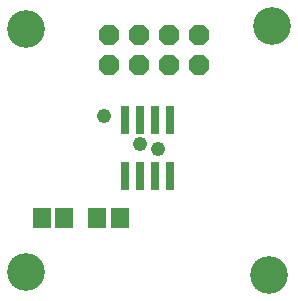
<source format=gbr>
G04 EAGLE Gerber X2 export*
%TF.Part,Single*%
%TF.FileFunction,Soldermask,Top,1*%
%TF.FilePolarity,Negative*%
%TF.GenerationSoftware,Autodesk,EAGLE,9.1.2*%
%TF.CreationDate,2020-01-29T09:53:54Z*%
G75*
%MOMM*%
%FSLAX34Y34*%
%LPD*%
%AMOC8*
5,1,8,0,0,1.08239X$1,22.5*%
G01*
%ADD10C,3.203200*%
%ADD11R,1.503200X1.703200*%
%ADD12P,1.869504X8X202.500000*%
%ADD13R,0.703200X2.453200*%
%ADD14C,1.209600*%


D10*
X22860Y228600D03*
X231140Y231140D03*
X228600Y20320D03*
X22860Y22860D03*
D11*
X55220Y68580D03*
X36220Y68580D03*
D12*
X168910Y223097D03*
X143510Y223097D03*
X118110Y223097D03*
X92710Y223097D03*
X168910Y197697D03*
X143510Y197697D03*
X118110Y197697D03*
X92710Y197697D03*
D13*
X144530Y103770D03*
X131830Y103770D03*
X119130Y103770D03*
X106430Y103770D03*
X145030Y151570D03*
X132330Y151570D03*
X119630Y151570D03*
X106930Y151570D03*
D11*
X102210Y68580D03*
X83210Y68580D03*
D14*
X119380Y130810D03*
X134620Y127000D03*
X88900Y154940D03*
M02*

</source>
